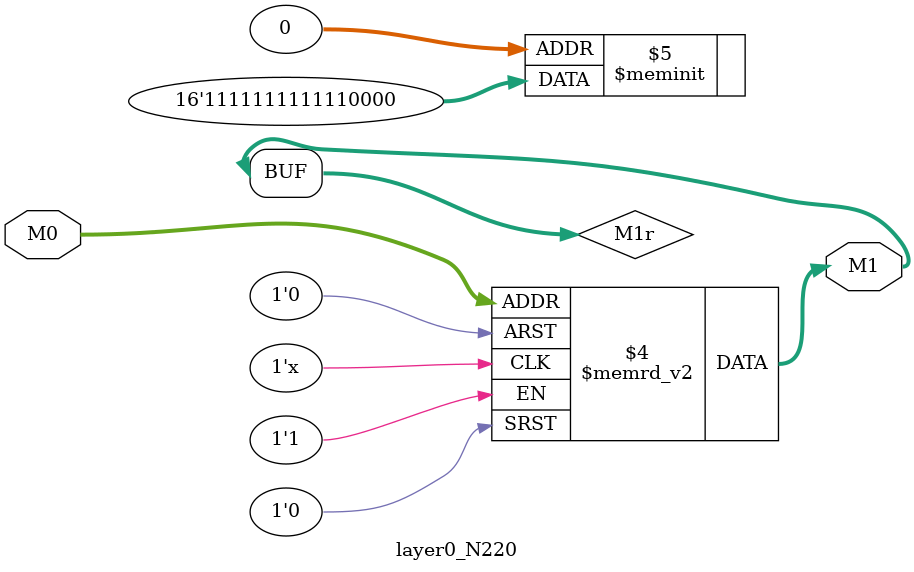
<source format=v>
module layer0_N220 ( input [2:0] M0, output [1:0] M1 );

	(*rom_style = "distributed" *) reg [1:0] M1r;
	assign M1 = M1r;
	always @ (M0) begin
		case (M0)
			3'b000: M1r = 2'b00;
			3'b100: M1r = 2'b11;
			3'b010: M1r = 2'b11;
			3'b110: M1r = 2'b11;
			3'b001: M1r = 2'b00;
			3'b101: M1r = 2'b11;
			3'b011: M1r = 2'b11;
			3'b111: M1r = 2'b11;

		endcase
	end
endmodule

</source>
